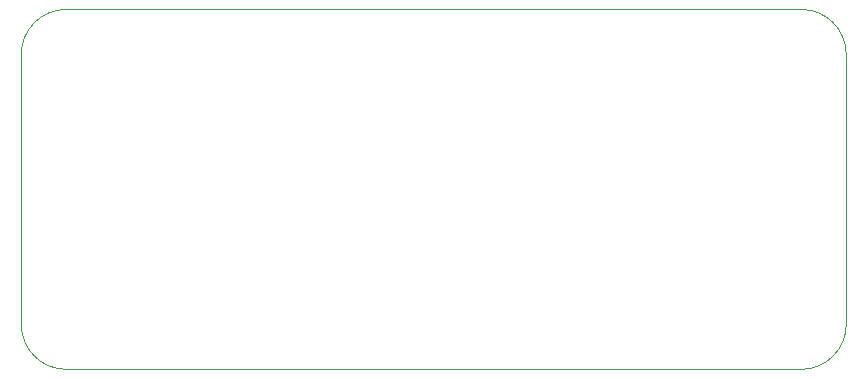
<source format=gbr>
%TF.GenerationSoftware,KiCad,Pcbnew,7.0.9*%
%TF.CreationDate,2024-01-14T11:36:34-03:00*%
%TF.ProjectId,policeLed,706f6c69-6365-44c6-9564-2e6b69636164,rev?*%
%TF.SameCoordinates,Original*%
%TF.FileFunction,Profile,NP*%
%FSLAX46Y46*%
G04 Gerber Fmt 4.6, Leading zero omitted, Abs format (unit mm)*
G04 Created by KiCad (PCBNEW 7.0.9) date 2024-01-14 11:36:34*
%MOMM*%
%LPD*%
G01*
G04 APERTURE LIST*
%TA.AperFunction,Profile*%
%ADD10C,0.100000*%
%TD*%
G04 APERTURE END LIST*
D10*
X80010000Y-123190000D02*
G75*
G03*
X83820000Y-127000000I3810000J0D01*
G01*
X83820000Y-96520000D02*
G75*
G03*
X80010000Y-100330000I0J-3810000D01*
G01*
X149860000Y-100330000D02*
G75*
G03*
X146050000Y-96520000I-3810000J0D01*
G01*
X146050000Y-127000000D02*
G75*
G03*
X149860000Y-123190000I0J3810000D01*
G01*
X83820000Y-127000000D02*
X146050000Y-127000000D01*
X146050000Y-96520000D02*
X83820000Y-96520000D01*
X149860000Y-123190000D02*
X149860000Y-100330000D01*
X80010000Y-123190000D02*
X80010000Y-100330000D01*
M02*

</source>
